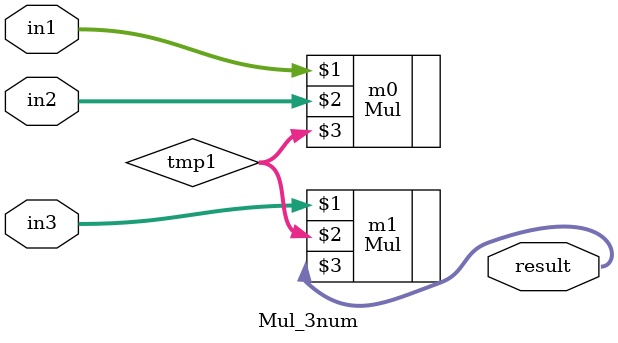
<source format=v>
module Mul_3num(
	input [31:0] in1,in2,in3,
	output [31:0] result
);
	wire [31:0] tmp1;
	Mul m0 (in1,in2,tmp1);
	Mul m1 (in3,tmp1,result);
endmodule 

</source>
